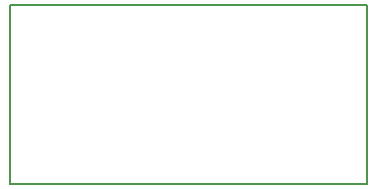
<source format=gbr>
G04 #@! TF.FileFunction,Profile,NP*
%FSLAX46Y46*%
G04 Gerber Fmt 4.6, Leading zero omitted, Abs format (unit mm)*
G04 Created by KiCad (PCBNEW 4.0.2+dfsg1-stable) date Qua 18 Mai 2016 08:03:29 BRT*
%MOMM*%
G01*
G04 APERTURE LIST*
%ADD10C,0.100000*%
%ADD11C,0.150000*%
G04 APERTURE END LIST*
D10*
D11*
X173500000Y-100000000D02*
X143290000Y-100000000D01*
X143290000Y-100000000D02*
X143290000Y-115130000D01*
X173500000Y-115130000D02*
X173500000Y-100000000D01*
X143290000Y-115130000D02*
X173500000Y-115130000D01*
M02*

</source>
